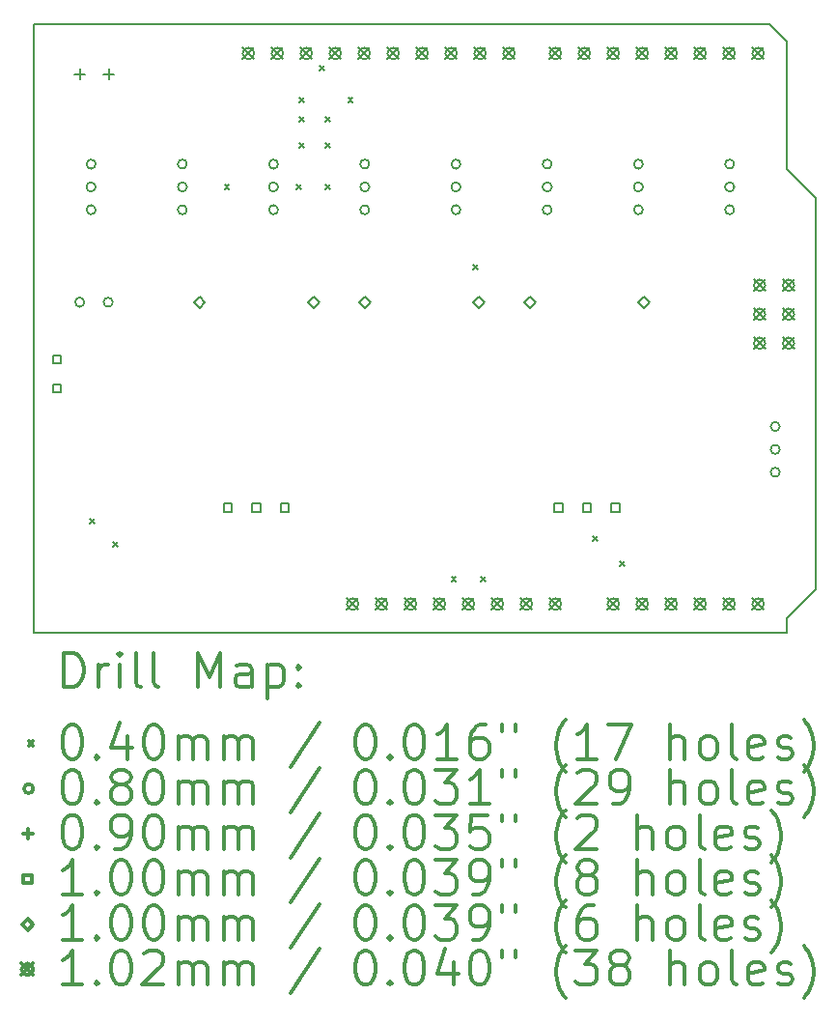
<source format=gbr>
%FSLAX45Y45*%
G04 Gerber Fmt 4.5, Leading zero omitted, Abs format (unit mm)*
G04 Created by KiCad (PCBNEW 4.0.7) date Sunday, 25 '25e' March '25e' 2018, 13:05:44*
%MOMM*%
%LPD*%
G01*
G04 APERTURE LIST*
%ADD10C,0.127000*%
%ADD11C,0.150000*%
%ADD12C,0.200000*%
%ADD13C,0.300000*%
G04 APERTURE END LIST*
D10*
D11*
X21305000Y-8000000D02*
X14700000Y-8000000D01*
X21305000Y-7872500D02*
X21305000Y-8000000D01*
X21557500Y-7620000D02*
X21305000Y-7872500D01*
X21557500Y-4190000D02*
X21557500Y-7620000D01*
X21302500Y-3935000D02*
X21557500Y-4190000D01*
X21302500Y-2817500D02*
X21302500Y-3935000D01*
X21152500Y-2667500D02*
X21302500Y-2817500D01*
X14700000Y-2667500D02*
X21152500Y-2667500D01*
X14700000Y-2670000D02*
X14700000Y-2667500D01*
X14700000Y-8000000D02*
X14700000Y-2670000D01*
D12*
X15190000Y-7000000D02*
X15230000Y-7040000D01*
X15230000Y-7000000D02*
X15190000Y-7040000D01*
X15390000Y-7200000D02*
X15430000Y-7240000D01*
X15430000Y-7200000D02*
X15390000Y-7240000D01*
X16370000Y-4070000D02*
X16410000Y-4110000D01*
X16410000Y-4070000D02*
X16370000Y-4110000D01*
X17002500Y-4067500D02*
X17042500Y-4107500D01*
X17042500Y-4067500D02*
X17002500Y-4107500D01*
X17030000Y-3305000D02*
X17070000Y-3345000D01*
X17070000Y-3305000D02*
X17030000Y-3345000D01*
X17030000Y-3480000D02*
X17070000Y-3520000D01*
X17070000Y-3480000D02*
X17030000Y-3520000D01*
X17030000Y-3705000D02*
X17070000Y-3745000D01*
X17070000Y-3705000D02*
X17030000Y-3745000D01*
X17205000Y-3030000D02*
X17245000Y-3070000D01*
X17245000Y-3030000D02*
X17205000Y-3070000D01*
X17255000Y-3480000D02*
X17295000Y-3520000D01*
X17295000Y-3480000D02*
X17255000Y-3520000D01*
X17255000Y-3705000D02*
X17295000Y-3745000D01*
X17295000Y-3705000D02*
X17255000Y-3745000D01*
X17257500Y-4070000D02*
X17297500Y-4110000D01*
X17297500Y-4070000D02*
X17257500Y-4110000D01*
X17455000Y-3305000D02*
X17495000Y-3345000D01*
X17495000Y-3305000D02*
X17455000Y-3345000D01*
X18360000Y-7505000D02*
X18400000Y-7545000D01*
X18400000Y-7505000D02*
X18360000Y-7545000D01*
X18550000Y-4770000D02*
X18590000Y-4810000D01*
X18590000Y-4770000D02*
X18550000Y-4810000D01*
X18617500Y-7505000D02*
X18657500Y-7545000D01*
X18657500Y-7505000D02*
X18617500Y-7545000D01*
X19600000Y-7150000D02*
X19640000Y-7190000D01*
X19640000Y-7150000D02*
X19600000Y-7190000D01*
X19835000Y-7375000D02*
X19875000Y-7415000D01*
X19875000Y-7375000D02*
X19835000Y-7415000D01*
X15140000Y-5100000D02*
G75*
G03X15140000Y-5100000I-40000J0D01*
G01*
X15240000Y-3890000D02*
G75*
G03X15240000Y-3890000I-40000J0D01*
G01*
X15240000Y-4090000D02*
G75*
G03X15240000Y-4090000I-40000J0D01*
G01*
X15240000Y-4290000D02*
G75*
G03X15240000Y-4290000I-40000J0D01*
G01*
X15390000Y-5100000D02*
G75*
G03X15390000Y-5100000I-40000J0D01*
G01*
X16040000Y-3890000D02*
G75*
G03X16040000Y-3890000I-40000J0D01*
G01*
X16040000Y-4090000D02*
G75*
G03X16040000Y-4090000I-40000J0D01*
G01*
X16040000Y-4290000D02*
G75*
G03X16040000Y-4290000I-40000J0D01*
G01*
X16840000Y-3890000D02*
G75*
G03X16840000Y-3890000I-40000J0D01*
G01*
X16840000Y-4090000D02*
G75*
G03X16840000Y-4090000I-40000J0D01*
G01*
X16840000Y-4290000D02*
G75*
G03X16840000Y-4290000I-40000J0D01*
G01*
X17640000Y-3890000D02*
G75*
G03X17640000Y-3890000I-40000J0D01*
G01*
X17640000Y-4090000D02*
G75*
G03X17640000Y-4090000I-40000J0D01*
G01*
X17640000Y-4290000D02*
G75*
G03X17640000Y-4290000I-40000J0D01*
G01*
X18440000Y-3890000D02*
G75*
G03X18440000Y-3890000I-40000J0D01*
G01*
X18440000Y-4090000D02*
G75*
G03X18440000Y-4090000I-40000J0D01*
G01*
X18440000Y-4290000D02*
G75*
G03X18440000Y-4290000I-40000J0D01*
G01*
X19240000Y-3890000D02*
G75*
G03X19240000Y-3890000I-40000J0D01*
G01*
X19240000Y-4090000D02*
G75*
G03X19240000Y-4090000I-40000J0D01*
G01*
X19240000Y-4290000D02*
G75*
G03X19240000Y-4290000I-40000J0D01*
G01*
X20040000Y-3890000D02*
G75*
G03X20040000Y-3890000I-40000J0D01*
G01*
X20040000Y-4090000D02*
G75*
G03X20040000Y-4090000I-40000J0D01*
G01*
X20040000Y-4290000D02*
G75*
G03X20040000Y-4290000I-40000J0D01*
G01*
X20840000Y-3890000D02*
G75*
G03X20840000Y-3890000I-40000J0D01*
G01*
X20840000Y-4090000D02*
G75*
G03X20840000Y-4090000I-40000J0D01*
G01*
X20840000Y-4290000D02*
G75*
G03X20840000Y-4290000I-40000J0D01*
G01*
X21240000Y-6190000D02*
G75*
G03X21240000Y-6190000I-40000J0D01*
G01*
X21240000Y-6390000D02*
G75*
G03X21240000Y-6390000I-40000J0D01*
G01*
X21240000Y-6590000D02*
G75*
G03X21240000Y-6590000I-40000J0D01*
G01*
X15100000Y-3055000D02*
X15100000Y-3145000D01*
X15055000Y-3100000D02*
X15145000Y-3100000D01*
X15354000Y-3055000D02*
X15354000Y-3145000D01*
X15309000Y-3100000D02*
X15399000Y-3100000D01*
X14935356Y-5635356D02*
X14935356Y-5564644D01*
X14864644Y-5564644D01*
X14864644Y-5635356D01*
X14935356Y-5635356D01*
X14935356Y-5889356D02*
X14935356Y-5818644D01*
X14864644Y-5818644D01*
X14864644Y-5889356D01*
X14935356Y-5889356D01*
X16435356Y-6935356D02*
X16435356Y-6864644D01*
X16364644Y-6864644D01*
X16364644Y-6935356D01*
X16435356Y-6935356D01*
X16685356Y-6935356D02*
X16685356Y-6864644D01*
X16614644Y-6864644D01*
X16614644Y-6935356D01*
X16685356Y-6935356D01*
X16935356Y-6935356D02*
X16935356Y-6864644D01*
X16864644Y-6864644D01*
X16864644Y-6935356D01*
X16935356Y-6935356D01*
X19335356Y-6935356D02*
X19335356Y-6864644D01*
X19264644Y-6864644D01*
X19264644Y-6935356D01*
X19335356Y-6935356D01*
X19585356Y-6935356D02*
X19585356Y-6864644D01*
X19514644Y-6864644D01*
X19514644Y-6935356D01*
X19585356Y-6935356D01*
X19835356Y-6935356D02*
X19835356Y-6864644D01*
X19764644Y-6864644D01*
X19764644Y-6935356D01*
X19835356Y-6935356D01*
X16149874Y-5150038D02*
X16199912Y-5100000D01*
X16149874Y-5049962D01*
X16099836Y-5100000D01*
X16149874Y-5150038D01*
X17150126Y-5150038D02*
X17200164Y-5100000D01*
X17150126Y-5049962D01*
X17100088Y-5100000D01*
X17150126Y-5150038D01*
X17599874Y-5150038D02*
X17649912Y-5100000D01*
X17599874Y-5049962D01*
X17549836Y-5100000D01*
X17599874Y-5150038D01*
X18600126Y-5150038D02*
X18650164Y-5100000D01*
X18600126Y-5049962D01*
X18550088Y-5100000D01*
X18600126Y-5150038D01*
X19049874Y-5150038D02*
X19099912Y-5100000D01*
X19049874Y-5049962D01*
X18999836Y-5100000D01*
X19049874Y-5150038D01*
X20050126Y-5150038D02*
X20100164Y-5100000D01*
X20050126Y-5049962D01*
X20000088Y-5100000D01*
X20050126Y-5150038D01*
X16528800Y-2869200D02*
X16630400Y-2970800D01*
X16630400Y-2869200D02*
X16528800Y-2970800D01*
X16630400Y-2920000D02*
G75*
G03X16630400Y-2920000I-50800J0D01*
G01*
X16782800Y-2869200D02*
X16884400Y-2970800D01*
X16884400Y-2869200D02*
X16782800Y-2970800D01*
X16884400Y-2920000D02*
G75*
G03X16884400Y-2920000I-50800J0D01*
G01*
X17036800Y-2869200D02*
X17138400Y-2970800D01*
X17138400Y-2869200D02*
X17036800Y-2970800D01*
X17138400Y-2920000D02*
G75*
G03X17138400Y-2920000I-50800J0D01*
G01*
X17290800Y-2869200D02*
X17392400Y-2970800D01*
X17392400Y-2869200D02*
X17290800Y-2970800D01*
X17392400Y-2920000D02*
G75*
G03X17392400Y-2920000I-50800J0D01*
G01*
X17443200Y-7695200D02*
X17544800Y-7796800D01*
X17544800Y-7695200D02*
X17443200Y-7796800D01*
X17544800Y-7746000D02*
G75*
G03X17544800Y-7746000I-50800J0D01*
G01*
X17544800Y-2869200D02*
X17646400Y-2970800D01*
X17646400Y-2869200D02*
X17544800Y-2970800D01*
X17646400Y-2920000D02*
G75*
G03X17646400Y-2920000I-50800J0D01*
G01*
X17697200Y-7695200D02*
X17798800Y-7796800D01*
X17798800Y-7695200D02*
X17697200Y-7796800D01*
X17798800Y-7746000D02*
G75*
G03X17798800Y-7746000I-50800J0D01*
G01*
X17798800Y-2869200D02*
X17900400Y-2970800D01*
X17900400Y-2869200D02*
X17798800Y-2970800D01*
X17900400Y-2920000D02*
G75*
G03X17900400Y-2920000I-50800J0D01*
G01*
X17951200Y-7695200D02*
X18052800Y-7796800D01*
X18052800Y-7695200D02*
X17951200Y-7796800D01*
X18052800Y-7746000D02*
G75*
G03X18052800Y-7746000I-50800J0D01*
G01*
X18052800Y-2869200D02*
X18154400Y-2970800D01*
X18154400Y-2869200D02*
X18052800Y-2970800D01*
X18154400Y-2920000D02*
G75*
G03X18154400Y-2920000I-50800J0D01*
G01*
X18205200Y-7695200D02*
X18306800Y-7796800D01*
X18306800Y-7695200D02*
X18205200Y-7796800D01*
X18306800Y-7746000D02*
G75*
G03X18306800Y-7746000I-50800J0D01*
G01*
X18306800Y-2869200D02*
X18408400Y-2970800D01*
X18408400Y-2869200D02*
X18306800Y-2970800D01*
X18408400Y-2920000D02*
G75*
G03X18408400Y-2920000I-50800J0D01*
G01*
X18459200Y-7695200D02*
X18560800Y-7796800D01*
X18560800Y-7695200D02*
X18459200Y-7796800D01*
X18560800Y-7746000D02*
G75*
G03X18560800Y-7746000I-50800J0D01*
G01*
X18560800Y-2869200D02*
X18662400Y-2970800D01*
X18662400Y-2869200D02*
X18560800Y-2970800D01*
X18662400Y-2920000D02*
G75*
G03X18662400Y-2920000I-50800J0D01*
G01*
X18713200Y-7695200D02*
X18814800Y-7796800D01*
X18814800Y-7695200D02*
X18713200Y-7796800D01*
X18814800Y-7746000D02*
G75*
G03X18814800Y-7746000I-50800J0D01*
G01*
X18814800Y-2869200D02*
X18916400Y-2970800D01*
X18916400Y-2869200D02*
X18814800Y-2970800D01*
X18916400Y-2920000D02*
G75*
G03X18916400Y-2920000I-50800J0D01*
G01*
X18967200Y-7695200D02*
X19068800Y-7796800D01*
X19068800Y-7695200D02*
X18967200Y-7796800D01*
X19068800Y-7746000D02*
G75*
G03X19068800Y-7746000I-50800J0D01*
G01*
X19221200Y-2869200D02*
X19322800Y-2970800D01*
X19322800Y-2869200D02*
X19221200Y-2970800D01*
X19322800Y-2920000D02*
G75*
G03X19322800Y-2920000I-50800J0D01*
G01*
X19221200Y-7695200D02*
X19322800Y-7796800D01*
X19322800Y-7695200D02*
X19221200Y-7796800D01*
X19322800Y-7746000D02*
G75*
G03X19322800Y-7746000I-50800J0D01*
G01*
X19475200Y-2869200D02*
X19576800Y-2970800D01*
X19576800Y-2869200D02*
X19475200Y-2970800D01*
X19576800Y-2920000D02*
G75*
G03X19576800Y-2920000I-50800J0D01*
G01*
X19729200Y-2869200D02*
X19830800Y-2970800D01*
X19830800Y-2869200D02*
X19729200Y-2970800D01*
X19830800Y-2920000D02*
G75*
G03X19830800Y-2920000I-50800J0D01*
G01*
X19729200Y-7695200D02*
X19830800Y-7796800D01*
X19830800Y-7695200D02*
X19729200Y-7796800D01*
X19830800Y-7746000D02*
G75*
G03X19830800Y-7746000I-50800J0D01*
G01*
X19983200Y-2869200D02*
X20084800Y-2970800D01*
X20084800Y-2869200D02*
X19983200Y-2970800D01*
X20084800Y-2920000D02*
G75*
G03X20084800Y-2920000I-50800J0D01*
G01*
X19983200Y-7695200D02*
X20084800Y-7796800D01*
X20084800Y-7695200D02*
X19983200Y-7796800D01*
X20084800Y-7746000D02*
G75*
G03X20084800Y-7746000I-50800J0D01*
G01*
X20237200Y-2869200D02*
X20338800Y-2970800D01*
X20338800Y-2869200D02*
X20237200Y-2970800D01*
X20338800Y-2920000D02*
G75*
G03X20338800Y-2920000I-50800J0D01*
G01*
X20237200Y-7695200D02*
X20338800Y-7796800D01*
X20338800Y-7695200D02*
X20237200Y-7796800D01*
X20338800Y-7746000D02*
G75*
G03X20338800Y-7746000I-50800J0D01*
G01*
X20491200Y-2869200D02*
X20592800Y-2970800D01*
X20592800Y-2869200D02*
X20491200Y-2970800D01*
X20592800Y-2920000D02*
G75*
G03X20592800Y-2920000I-50800J0D01*
G01*
X20491200Y-7695200D02*
X20592800Y-7796800D01*
X20592800Y-7695200D02*
X20491200Y-7796800D01*
X20592800Y-7746000D02*
G75*
G03X20592800Y-7746000I-50800J0D01*
G01*
X20745200Y-2869200D02*
X20846800Y-2970800D01*
X20846800Y-2869200D02*
X20745200Y-2970800D01*
X20846800Y-2920000D02*
G75*
G03X20846800Y-2920000I-50800J0D01*
G01*
X20745200Y-7695200D02*
X20846800Y-7796800D01*
X20846800Y-7695200D02*
X20745200Y-7796800D01*
X20846800Y-7746000D02*
G75*
G03X20846800Y-7746000I-50800J0D01*
G01*
X20999200Y-2869200D02*
X21100800Y-2970800D01*
X21100800Y-2869200D02*
X20999200Y-2970800D01*
X21100800Y-2920000D02*
G75*
G03X21100800Y-2920000I-50800J0D01*
G01*
X20999200Y-7695200D02*
X21100800Y-7796800D01*
X21100800Y-7695200D02*
X20999200Y-7796800D01*
X21100800Y-7746000D02*
G75*
G03X21100800Y-7746000I-50800J0D01*
G01*
X21011900Y-4901200D02*
X21113500Y-5002800D01*
X21113500Y-4901200D02*
X21011900Y-5002800D01*
X21113500Y-4952000D02*
G75*
G03X21113500Y-4952000I-50800J0D01*
G01*
X21011900Y-5155200D02*
X21113500Y-5256800D01*
X21113500Y-5155200D02*
X21011900Y-5256800D01*
X21113500Y-5206000D02*
G75*
G03X21113500Y-5206000I-50800J0D01*
G01*
X21011900Y-5409200D02*
X21113500Y-5510800D01*
X21113500Y-5409200D02*
X21011900Y-5510800D01*
X21113500Y-5460000D02*
G75*
G03X21113500Y-5460000I-50800J0D01*
G01*
X21265900Y-4901200D02*
X21367500Y-5002800D01*
X21367500Y-4901200D02*
X21265900Y-5002800D01*
X21367500Y-4952000D02*
G75*
G03X21367500Y-4952000I-50800J0D01*
G01*
X21265900Y-5155200D02*
X21367500Y-5256800D01*
X21367500Y-5155200D02*
X21265900Y-5256800D01*
X21367500Y-5206000D02*
G75*
G03X21367500Y-5206000I-50800J0D01*
G01*
X21265900Y-5409200D02*
X21367500Y-5510800D01*
X21367500Y-5409200D02*
X21265900Y-5510800D01*
X21367500Y-5460000D02*
G75*
G03X21367500Y-5460000I-50800J0D01*
G01*
D13*
X14963928Y-8473214D02*
X14963928Y-8173214D01*
X15035357Y-8173214D01*
X15078214Y-8187500D01*
X15106786Y-8216071D01*
X15121071Y-8244643D01*
X15135357Y-8301786D01*
X15135357Y-8344643D01*
X15121071Y-8401786D01*
X15106786Y-8430357D01*
X15078214Y-8458929D01*
X15035357Y-8473214D01*
X14963928Y-8473214D01*
X15263928Y-8473214D02*
X15263928Y-8273214D01*
X15263928Y-8330357D02*
X15278214Y-8301786D01*
X15292500Y-8287500D01*
X15321071Y-8273214D01*
X15349643Y-8273214D01*
X15449643Y-8473214D02*
X15449643Y-8273214D01*
X15449643Y-8173214D02*
X15435357Y-8187500D01*
X15449643Y-8201786D01*
X15463928Y-8187500D01*
X15449643Y-8173214D01*
X15449643Y-8201786D01*
X15635357Y-8473214D02*
X15606786Y-8458929D01*
X15592500Y-8430357D01*
X15592500Y-8173214D01*
X15792500Y-8473214D02*
X15763928Y-8458929D01*
X15749643Y-8430357D01*
X15749643Y-8173214D01*
X16135357Y-8473214D02*
X16135357Y-8173214D01*
X16235357Y-8387500D01*
X16335357Y-8173214D01*
X16335357Y-8473214D01*
X16606786Y-8473214D02*
X16606786Y-8316071D01*
X16592500Y-8287500D01*
X16563928Y-8273214D01*
X16506786Y-8273214D01*
X16478214Y-8287500D01*
X16606786Y-8458929D02*
X16578214Y-8473214D01*
X16506786Y-8473214D01*
X16478214Y-8458929D01*
X16463928Y-8430357D01*
X16463928Y-8401786D01*
X16478214Y-8373214D01*
X16506786Y-8358929D01*
X16578214Y-8358929D01*
X16606786Y-8344643D01*
X16749643Y-8273214D02*
X16749643Y-8573214D01*
X16749643Y-8287500D02*
X16778214Y-8273214D01*
X16835357Y-8273214D01*
X16863929Y-8287500D01*
X16878214Y-8301786D01*
X16892500Y-8330357D01*
X16892500Y-8416072D01*
X16878214Y-8444643D01*
X16863929Y-8458929D01*
X16835357Y-8473214D01*
X16778214Y-8473214D01*
X16749643Y-8458929D01*
X17021071Y-8444643D02*
X17035357Y-8458929D01*
X17021071Y-8473214D01*
X17006786Y-8458929D01*
X17021071Y-8444643D01*
X17021071Y-8473214D01*
X17021071Y-8287500D02*
X17035357Y-8301786D01*
X17021071Y-8316071D01*
X17006786Y-8301786D01*
X17021071Y-8287500D01*
X17021071Y-8316071D01*
X14652500Y-8947500D02*
X14692500Y-8987500D01*
X14692500Y-8947500D02*
X14652500Y-8987500D01*
X15021071Y-8803214D02*
X15049643Y-8803214D01*
X15078214Y-8817500D01*
X15092500Y-8831786D01*
X15106786Y-8860357D01*
X15121071Y-8917500D01*
X15121071Y-8988929D01*
X15106786Y-9046072D01*
X15092500Y-9074643D01*
X15078214Y-9088929D01*
X15049643Y-9103214D01*
X15021071Y-9103214D01*
X14992500Y-9088929D01*
X14978214Y-9074643D01*
X14963928Y-9046072D01*
X14949643Y-8988929D01*
X14949643Y-8917500D01*
X14963928Y-8860357D01*
X14978214Y-8831786D01*
X14992500Y-8817500D01*
X15021071Y-8803214D01*
X15249643Y-9074643D02*
X15263928Y-9088929D01*
X15249643Y-9103214D01*
X15235357Y-9088929D01*
X15249643Y-9074643D01*
X15249643Y-9103214D01*
X15521071Y-8903214D02*
X15521071Y-9103214D01*
X15449643Y-8788929D02*
X15378214Y-9003214D01*
X15563928Y-9003214D01*
X15735357Y-8803214D02*
X15763928Y-8803214D01*
X15792500Y-8817500D01*
X15806786Y-8831786D01*
X15821071Y-8860357D01*
X15835357Y-8917500D01*
X15835357Y-8988929D01*
X15821071Y-9046072D01*
X15806786Y-9074643D01*
X15792500Y-9088929D01*
X15763928Y-9103214D01*
X15735357Y-9103214D01*
X15706786Y-9088929D01*
X15692500Y-9074643D01*
X15678214Y-9046072D01*
X15663928Y-8988929D01*
X15663928Y-8917500D01*
X15678214Y-8860357D01*
X15692500Y-8831786D01*
X15706786Y-8817500D01*
X15735357Y-8803214D01*
X15963928Y-9103214D02*
X15963928Y-8903214D01*
X15963928Y-8931786D02*
X15978214Y-8917500D01*
X16006786Y-8903214D01*
X16049643Y-8903214D01*
X16078214Y-8917500D01*
X16092500Y-8946072D01*
X16092500Y-9103214D01*
X16092500Y-8946072D02*
X16106786Y-8917500D01*
X16135357Y-8903214D01*
X16178214Y-8903214D01*
X16206786Y-8917500D01*
X16221071Y-8946072D01*
X16221071Y-9103214D01*
X16363928Y-9103214D02*
X16363928Y-8903214D01*
X16363928Y-8931786D02*
X16378214Y-8917500D01*
X16406786Y-8903214D01*
X16449643Y-8903214D01*
X16478214Y-8917500D01*
X16492500Y-8946072D01*
X16492500Y-9103214D01*
X16492500Y-8946072D02*
X16506786Y-8917500D01*
X16535357Y-8903214D01*
X16578214Y-8903214D01*
X16606786Y-8917500D01*
X16621071Y-8946072D01*
X16621071Y-9103214D01*
X17206786Y-8788929D02*
X16949643Y-9174643D01*
X17592500Y-8803214D02*
X17621071Y-8803214D01*
X17649643Y-8817500D01*
X17663928Y-8831786D01*
X17678214Y-8860357D01*
X17692500Y-8917500D01*
X17692500Y-8988929D01*
X17678214Y-9046072D01*
X17663928Y-9074643D01*
X17649643Y-9088929D01*
X17621071Y-9103214D01*
X17592500Y-9103214D01*
X17563928Y-9088929D01*
X17549643Y-9074643D01*
X17535357Y-9046072D01*
X17521071Y-8988929D01*
X17521071Y-8917500D01*
X17535357Y-8860357D01*
X17549643Y-8831786D01*
X17563928Y-8817500D01*
X17592500Y-8803214D01*
X17821071Y-9074643D02*
X17835357Y-9088929D01*
X17821071Y-9103214D01*
X17806786Y-9088929D01*
X17821071Y-9074643D01*
X17821071Y-9103214D01*
X18021071Y-8803214D02*
X18049643Y-8803214D01*
X18078214Y-8817500D01*
X18092500Y-8831786D01*
X18106786Y-8860357D01*
X18121071Y-8917500D01*
X18121071Y-8988929D01*
X18106786Y-9046072D01*
X18092500Y-9074643D01*
X18078214Y-9088929D01*
X18049643Y-9103214D01*
X18021071Y-9103214D01*
X17992500Y-9088929D01*
X17978214Y-9074643D01*
X17963928Y-9046072D01*
X17949643Y-8988929D01*
X17949643Y-8917500D01*
X17963928Y-8860357D01*
X17978214Y-8831786D01*
X17992500Y-8817500D01*
X18021071Y-8803214D01*
X18406786Y-9103214D02*
X18235357Y-9103214D01*
X18321071Y-9103214D02*
X18321071Y-8803214D01*
X18292500Y-8846072D01*
X18263928Y-8874643D01*
X18235357Y-8888929D01*
X18663928Y-8803214D02*
X18606786Y-8803214D01*
X18578214Y-8817500D01*
X18563928Y-8831786D01*
X18535357Y-8874643D01*
X18521071Y-8931786D01*
X18521071Y-9046072D01*
X18535357Y-9074643D01*
X18549643Y-9088929D01*
X18578214Y-9103214D01*
X18635357Y-9103214D01*
X18663928Y-9088929D01*
X18678214Y-9074643D01*
X18692500Y-9046072D01*
X18692500Y-8974643D01*
X18678214Y-8946072D01*
X18663928Y-8931786D01*
X18635357Y-8917500D01*
X18578214Y-8917500D01*
X18549643Y-8931786D01*
X18535357Y-8946072D01*
X18521071Y-8974643D01*
X18806786Y-8803214D02*
X18806786Y-8860357D01*
X18921071Y-8803214D02*
X18921071Y-8860357D01*
X19363928Y-9217500D02*
X19349643Y-9203214D01*
X19321071Y-9160357D01*
X19306786Y-9131786D01*
X19292500Y-9088929D01*
X19278214Y-9017500D01*
X19278214Y-8960357D01*
X19292500Y-8888929D01*
X19306786Y-8846072D01*
X19321071Y-8817500D01*
X19349643Y-8774643D01*
X19363928Y-8760357D01*
X19635357Y-9103214D02*
X19463928Y-9103214D01*
X19549643Y-9103214D02*
X19549643Y-8803214D01*
X19521071Y-8846072D01*
X19492500Y-8874643D01*
X19463928Y-8888929D01*
X19735357Y-8803214D02*
X19935357Y-8803214D01*
X19806786Y-9103214D01*
X20278214Y-9103214D02*
X20278214Y-8803214D01*
X20406786Y-9103214D02*
X20406786Y-8946072D01*
X20392500Y-8917500D01*
X20363928Y-8903214D01*
X20321071Y-8903214D01*
X20292500Y-8917500D01*
X20278214Y-8931786D01*
X20592500Y-9103214D02*
X20563928Y-9088929D01*
X20549643Y-9074643D01*
X20535357Y-9046072D01*
X20535357Y-8960357D01*
X20549643Y-8931786D01*
X20563928Y-8917500D01*
X20592500Y-8903214D01*
X20635357Y-8903214D01*
X20663928Y-8917500D01*
X20678214Y-8931786D01*
X20692500Y-8960357D01*
X20692500Y-9046072D01*
X20678214Y-9074643D01*
X20663928Y-9088929D01*
X20635357Y-9103214D01*
X20592500Y-9103214D01*
X20863928Y-9103214D02*
X20835357Y-9088929D01*
X20821071Y-9060357D01*
X20821071Y-8803214D01*
X21092500Y-9088929D02*
X21063929Y-9103214D01*
X21006786Y-9103214D01*
X20978214Y-9088929D01*
X20963929Y-9060357D01*
X20963929Y-8946072D01*
X20978214Y-8917500D01*
X21006786Y-8903214D01*
X21063929Y-8903214D01*
X21092500Y-8917500D01*
X21106786Y-8946072D01*
X21106786Y-8974643D01*
X20963929Y-9003214D01*
X21221071Y-9088929D02*
X21249643Y-9103214D01*
X21306786Y-9103214D01*
X21335357Y-9088929D01*
X21349643Y-9060357D01*
X21349643Y-9046072D01*
X21335357Y-9017500D01*
X21306786Y-9003214D01*
X21263929Y-9003214D01*
X21235357Y-8988929D01*
X21221071Y-8960357D01*
X21221071Y-8946072D01*
X21235357Y-8917500D01*
X21263929Y-8903214D01*
X21306786Y-8903214D01*
X21335357Y-8917500D01*
X21449643Y-9217500D02*
X21463929Y-9203214D01*
X21492500Y-9160357D01*
X21506786Y-9131786D01*
X21521071Y-9088929D01*
X21535357Y-9017500D01*
X21535357Y-8960357D01*
X21521071Y-8888929D01*
X21506786Y-8846072D01*
X21492500Y-8817500D01*
X21463929Y-8774643D01*
X21449643Y-8760357D01*
X14692500Y-9363500D02*
G75*
G03X14692500Y-9363500I-40000J0D01*
G01*
X15021071Y-9199214D02*
X15049643Y-9199214D01*
X15078214Y-9213500D01*
X15092500Y-9227786D01*
X15106786Y-9256357D01*
X15121071Y-9313500D01*
X15121071Y-9384929D01*
X15106786Y-9442072D01*
X15092500Y-9470643D01*
X15078214Y-9484929D01*
X15049643Y-9499214D01*
X15021071Y-9499214D01*
X14992500Y-9484929D01*
X14978214Y-9470643D01*
X14963928Y-9442072D01*
X14949643Y-9384929D01*
X14949643Y-9313500D01*
X14963928Y-9256357D01*
X14978214Y-9227786D01*
X14992500Y-9213500D01*
X15021071Y-9199214D01*
X15249643Y-9470643D02*
X15263928Y-9484929D01*
X15249643Y-9499214D01*
X15235357Y-9484929D01*
X15249643Y-9470643D01*
X15249643Y-9499214D01*
X15435357Y-9327786D02*
X15406786Y-9313500D01*
X15392500Y-9299214D01*
X15378214Y-9270643D01*
X15378214Y-9256357D01*
X15392500Y-9227786D01*
X15406786Y-9213500D01*
X15435357Y-9199214D01*
X15492500Y-9199214D01*
X15521071Y-9213500D01*
X15535357Y-9227786D01*
X15549643Y-9256357D01*
X15549643Y-9270643D01*
X15535357Y-9299214D01*
X15521071Y-9313500D01*
X15492500Y-9327786D01*
X15435357Y-9327786D01*
X15406786Y-9342072D01*
X15392500Y-9356357D01*
X15378214Y-9384929D01*
X15378214Y-9442072D01*
X15392500Y-9470643D01*
X15406786Y-9484929D01*
X15435357Y-9499214D01*
X15492500Y-9499214D01*
X15521071Y-9484929D01*
X15535357Y-9470643D01*
X15549643Y-9442072D01*
X15549643Y-9384929D01*
X15535357Y-9356357D01*
X15521071Y-9342072D01*
X15492500Y-9327786D01*
X15735357Y-9199214D02*
X15763928Y-9199214D01*
X15792500Y-9213500D01*
X15806786Y-9227786D01*
X15821071Y-9256357D01*
X15835357Y-9313500D01*
X15835357Y-9384929D01*
X15821071Y-9442072D01*
X15806786Y-9470643D01*
X15792500Y-9484929D01*
X15763928Y-9499214D01*
X15735357Y-9499214D01*
X15706786Y-9484929D01*
X15692500Y-9470643D01*
X15678214Y-9442072D01*
X15663928Y-9384929D01*
X15663928Y-9313500D01*
X15678214Y-9256357D01*
X15692500Y-9227786D01*
X15706786Y-9213500D01*
X15735357Y-9199214D01*
X15963928Y-9499214D02*
X15963928Y-9299214D01*
X15963928Y-9327786D02*
X15978214Y-9313500D01*
X16006786Y-9299214D01*
X16049643Y-9299214D01*
X16078214Y-9313500D01*
X16092500Y-9342072D01*
X16092500Y-9499214D01*
X16092500Y-9342072D02*
X16106786Y-9313500D01*
X16135357Y-9299214D01*
X16178214Y-9299214D01*
X16206786Y-9313500D01*
X16221071Y-9342072D01*
X16221071Y-9499214D01*
X16363928Y-9499214D02*
X16363928Y-9299214D01*
X16363928Y-9327786D02*
X16378214Y-9313500D01*
X16406786Y-9299214D01*
X16449643Y-9299214D01*
X16478214Y-9313500D01*
X16492500Y-9342072D01*
X16492500Y-9499214D01*
X16492500Y-9342072D02*
X16506786Y-9313500D01*
X16535357Y-9299214D01*
X16578214Y-9299214D01*
X16606786Y-9313500D01*
X16621071Y-9342072D01*
X16621071Y-9499214D01*
X17206786Y-9184929D02*
X16949643Y-9570643D01*
X17592500Y-9199214D02*
X17621071Y-9199214D01*
X17649643Y-9213500D01*
X17663928Y-9227786D01*
X17678214Y-9256357D01*
X17692500Y-9313500D01*
X17692500Y-9384929D01*
X17678214Y-9442072D01*
X17663928Y-9470643D01*
X17649643Y-9484929D01*
X17621071Y-9499214D01*
X17592500Y-9499214D01*
X17563928Y-9484929D01*
X17549643Y-9470643D01*
X17535357Y-9442072D01*
X17521071Y-9384929D01*
X17521071Y-9313500D01*
X17535357Y-9256357D01*
X17549643Y-9227786D01*
X17563928Y-9213500D01*
X17592500Y-9199214D01*
X17821071Y-9470643D02*
X17835357Y-9484929D01*
X17821071Y-9499214D01*
X17806786Y-9484929D01*
X17821071Y-9470643D01*
X17821071Y-9499214D01*
X18021071Y-9199214D02*
X18049643Y-9199214D01*
X18078214Y-9213500D01*
X18092500Y-9227786D01*
X18106786Y-9256357D01*
X18121071Y-9313500D01*
X18121071Y-9384929D01*
X18106786Y-9442072D01*
X18092500Y-9470643D01*
X18078214Y-9484929D01*
X18049643Y-9499214D01*
X18021071Y-9499214D01*
X17992500Y-9484929D01*
X17978214Y-9470643D01*
X17963928Y-9442072D01*
X17949643Y-9384929D01*
X17949643Y-9313500D01*
X17963928Y-9256357D01*
X17978214Y-9227786D01*
X17992500Y-9213500D01*
X18021071Y-9199214D01*
X18221071Y-9199214D02*
X18406786Y-9199214D01*
X18306786Y-9313500D01*
X18349643Y-9313500D01*
X18378214Y-9327786D01*
X18392500Y-9342072D01*
X18406786Y-9370643D01*
X18406786Y-9442072D01*
X18392500Y-9470643D01*
X18378214Y-9484929D01*
X18349643Y-9499214D01*
X18263928Y-9499214D01*
X18235357Y-9484929D01*
X18221071Y-9470643D01*
X18692500Y-9499214D02*
X18521071Y-9499214D01*
X18606786Y-9499214D02*
X18606786Y-9199214D01*
X18578214Y-9242072D01*
X18549643Y-9270643D01*
X18521071Y-9284929D01*
X18806786Y-9199214D02*
X18806786Y-9256357D01*
X18921071Y-9199214D02*
X18921071Y-9256357D01*
X19363928Y-9613500D02*
X19349643Y-9599214D01*
X19321071Y-9556357D01*
X19306786Y-9527786D01*
X19292500Y-9484929D01*
X19278214Y-9413500D01*
X19278214Y-9356357D01*
X19292500Y-9284929D01*
X19306786Y-9242072D01*
X19321071Y-9213500D01*
X19349643Y-9170643D01*
X19363928Y-9156357D01*
X19463928Y-9227786D02*
X19478214Y-9213500D01*
X19506786Y-9199214D01*
X19578214Y-9199214D01*
X19606786Y-9213500D01*
X19621071Y-9227786D01*
X19635357Y-9256357D01*
X19635357Y-9284929D01*
X19621071Y-9327786D01*
X19449643Y-9499214D01*
X19635357Y-9499214D01*
X19778214Y-9499214D02*
X19835357Y-9499214D01*
X19863928Y-9484929D01*
X19878214Y-9470643D01*
X19906786Y-9427786D01*
X19921071Y-9370643D01*
X19921071Y-9256357D01*
X19906786Y-9227786D01*
X19892500Y-9213500D01*
X19863928Y-9199214D01*
X19806786Y-9199214D01*
X19778214Y-9213500D01*
X19763928Y-9227786D01*
X19749643Y-9256357D01*
X19749643Y-9327786D01*
X19763928Y-9356357D01*
X19778214Y-9370643D01*
X19806786Y-9384929D01*
X19863928Y-9384929D01*
X19892500Y-9370643D01*
X19906786Y-9356357D01*
X19921071Y-9327786D01*
X20278214Y-9499214D02*
X20278214Y-9199214D01*
X20406786Y-9499214D02*
X20406786Y-9342072D01*
X20392500Y-9313500D01*
X20363928Y-9299214D01*
X20321071Y-9299214D01*
X20292500Y-9313500D01*
X20278214Y-9327786D01*
X20592500Y-9499214D02*
X20563928Y-9484929D01*
X20549643Y-9470643D01*
X20535357Y-9442072D01*
X20535357Y-9356357D01*
X20549643Y-9327786D01*
X20563928Y-9313500D01*
X20592500Y-9299214D01*
X20635357Y-9299214D01*
X20663928Y-9313500D01*
X20678214Y-9327786D01*
X20692500Y-9356357D01*
X20692500Y-9442072D01*
X20678214Y-9470643D01*
X20663928Y-9484929D01*
X20635357Y-9499214D01*
X20592500Y-9499214D01*
X20863928Y-9499214D02*
X20835357Y-9484929D01*
X20821071Y-9456357D01*
X20821071Y-9199214D01*
X21092500Y-9484929D02*
X21063929Y-9499214D01*
X21006786Y-9499214D01*
X20978214Y-9484929D01*
X20963929Y-9456357D01*
X20963929Y-9342072D01*
X20978214Y-9313500D01*
X21006786Y-9299214D01*
X21063929Y-9299214D01*
X21092500Y-9313500D01*
X21106786Y-9342072D01*
X21106786Y-9370643D01*
X20963929Y-9399214D01*
X21221071Y-9484929D02*
X21249643Y-9499214D01*
X21306786Y-9499214D01*
X21335357Y-9484929D01*
X21349643Y-9456357D01*
X21349643Y-9442072D01*
X21335357Y-9413500D01*
X21306786Y-9399214D01*
X21263929Y-9399214D01*
X21235357Y-9384929D01*
X21221071Y-9356357D01*
X21221071Y-9342072D01*
X21235357Y-9313500D01*
X21263929Y-9299214D01*
X21306786Y-9299214D01*
X21335357Y-9313500D01*
X21449643Y-9613500D02*
X21463929Y-9599214D01*
X21492500Y-9556357D01*
X21506786Y-9527786D01*
X21521071Y-9484929D01*
X21535357Y-9413500D01*
X21535357Y-9356357D01*
X21521071Y-9284929D01*
X21506786Y-9242072D01*
X21492500Y-9213500D01*
X21463929Y-9170643D01*
X21449643Y-9156357D01*
X14647500Y-9714500D02*
X14647500Y-9804500D01*
X14602500Y-9759500D02*
X14692500Y-9759500D01*
X15021071Y-9595214D02*
X15049643Y-9595214D01*
X15078214Y-9609500D01*
X15092500Y-9623786D01*
X15106786Y-9652357D01*
X15121071Y-9709500D01*
X15121071Y-9780929D01*
X15106786Y-9838072D01*
X15092500Y-9866643D01*
X15078214Y-9880929D01*
X15049643Y-9895214D01*
X15021071Y-9895214D01*
X14992500Y-9880929D01*
X14978214Y-9866643D01*
X14963928Y-9838072D01*
X14949643Y-9780929D01*
X14949643Y-9709500D01*
X14963928Y-9652357D01*
X14978214Y-9623786D01*
X14992500Y-9609500D01*
X15021071Y-9595214D01*
X15249643Y-9866643D02*
X15263928Y-9880929D01*
X15249643Y-9895214D01*
X15235357Y-9880929D01*
X15249643Y-9866643D01*
X15249643Y-9895214D01*
X15406786Y-9895214D02*
X15463928Y-9895214D01*
X15492500Y-9880929D01*
X15506786Y-9866643D01*
X15535357Y-9823786D01*
X15549643Y-9766643D01*
X15549643Y-9652357D01*
X15535357Y-9623786D01*
X15521071Y-9609500D01*
X15492500Y-9595214D01*
X15435357Y-9595214D01*
X15406786Y-9609500D01*
X15392500Y-9623786D01*
X15378214Y-9652357D01*
X15378214Y-9723786D01*
X15392500Y-9752357D01*
X15406786Y-9766643D01*
X15435357Y-9780929D01*
X15492500Y-9780929D01*
X15521071Y-9766643D01*
X15535357Y-9752357D01*
X15549643Y-9723786D01*
X15735357Y-9595214D02*
X15763928Y-9595214D01*
X15792500Y-9609500D01*
X15806786Y-9623786D01*
X15821071Y-9652357D01*
X15835357Y-9709500D01*
X15835357Y-9780929D01*
X15821071Y-9838072D01*
X15806786Y-9866643D01*
X15792500Y-9880929D01*
X15763928Y-9895214D01*
X15735357Y-9895214D01*
X15706786Y-9880929D01*
X15692500Y-9866643D01*
X15678214Y-9838072D01*
X15663928Y-9780929D01*
X15663928Y-9709500D01*
X15678214Y-9652357D01*
X15692500Y-9623786D01*
X15706786Y-9609500D01*
X15735357Y-9595214D01*
X15963928Y-9895214D02*
X15963928Y-9695214D01*
X15963928Y-9723786D02*
X15978214Y-9709500D01*
X16006786Y-9695214D01*
X16049643Y-9695214D01*
X16078214Y-9709500D01*
X16092500Y-9738072D01*
X16092500Y-9895214D01*
X16092500Y-9738072D02*
X16106786Y-9709500D01*
X16135357Y-9695214D01*
X16178214Y-9695214D01*
X16206786Y-9709500D01*
X16221071Y-9738072D01*
X16221071Y-9895214D01*
X16363928Y-9895214D02*
X16363928Y-9695214D01*
X16363928Y-9723786D02*
X16378214Y-9709500D01*
X16406786Y-9695214D01*
X16449643Y-9695214D01*
X16478214Y-9709500D01*
X16492500Y-9738072D01*
X16492500Y-9895214D01*
X16492500Y-9738072D02*
X16506786Y-9709500D01*
X16535357Y-9695214D01*
X16578214Y-9695214D01*
X16606786Y-9709500D01*
X16621071Y-9738072D01*
X16621071Y-9895214D01*
X17206786Y-9580929D02*
X16949643Y-9966643D01*
X17592500Y-9595214D02*
X17621071Y-9595214D01*
X17649643Y-9609500D01*
X17663928Y-9623786D01*
X17678214Y-9652357D01*
X17692500Y-9709500D01*
X17692500Y-9780929D01*
X17678214Y-9838072D01*
X17663928Y-9866643D01*
X17649643Y-9880929D01*
X17621071Y-9895214D01*
X17592500Y-9895214D01*
X17563928Y-9880929D01*
X17549643Y-9866643D01*
X17535357Y-9838072D01*
X17521071Y-9780929D01*
X17521071Y-9709500D01*
X17535357Y-9652357D01*
X17549643Y-9623786D01*
X17563928Y-9609500D01*
X17592500Y-9595214D01*
X17821071Y-9866643D02*
X17835357Y-9880929D01*
X17821071Y-9895214D01*
X17806786Y-9880929D01*
X17821071Y-9866643D01*
X17821071Y-9895214D01*
X18021071Y-9595214D02*
X18049643Y-9595214D01*
X18078214Y-9609500D01*
X18092500Y-9623786D01*
X18106786Y-9652357D01*
X18121071Y-9709500D01*
X18121071Y-9780929D01*
X18106786Y-9838072D01*
X18092500Y-9866643D01*
X18078214Y-9880929D01*
X18049643Y-9895214D01*
X18021071Y-9895214D01*
X17992500Y-9880929D01*
X17978214Y-9866643D01*
X17963928Y-9838072D01*
X17949643Y-9780929D01*
X17949643Y-9709500D01*
X17963928Y-9652357D01*
X17978214Y-9623786D01*
X17992500Y-9609500D01*
X18021071Y-9595214D01*
X18221071Y-9595214D02*
X18406786Y-9595214D01*
X18306786Y-9709500D01*
X18349643Y-9709500D01*
X18378214Y-9723786D01*
X18392500Y-9738072D01*
X18406786Y-9766643D01*
X18406786Y-9838072D01*
X18392500Y-9866643D01*
X18378214Y-9880929D01*
X18349643Y-9895214D01*
X18263928Y-9895214D01*
X18235357Y-9880929D01*
X18221071Y-9866643D01*
X18678214Y-9595214D02*
X18535357Y-9595214D01*
X18521071Y-9738072D01*
X18535357Y-9723786D01*
X18563928Y-9709500D01*
X18635357Y-9709500D01*
X18663928Y-9723786D01*
X18678214Y-9738072D01*
X18692500Y-9766643D01*
X18692500Y-9838072D01*
X18678214Y-9866643D01*
X18663928Y-9880929D01*
X18635357Y-9895214D01*
X18563928Y-9895214D01*
X18535357Y-9880929D01*
X18521071Y-9866643D01*
X18806786Y-9595214D02*
X18806786Y-9652357D01*
X18921071Y-9595214D02*
X18921071Y-9652357D01*
X19363928Y-10009500D02*
X19349643Y-9995214D01*
X19321071Y-9952357D01*
X19306786Y-9923786D01*
X19292500Y-9880929D01*
X19278214Y-9809500D01*
X19278214Y-9752357D01*
X19292500Y-9680929D01*
X19306786Y-9638072D01*
X19321071Y-9609500D01*
X19349643Y-9566643D01*
X19363928Y-9552357D01*
X19463928Y-9623786D02*
X19478214Y-9609500D01*
X19506786Y-9595214D01*
X19578214Y-9595214D01*
X19606786Y-9609500D01*
X19621071Y-9623786D01*
X19635357Y-9652357D01*
X19635357Y-9680929D01*
X19621071Y-9723786D01*
X19449643Y-9895214D01*
X19635357Y-9895214D01*
X19992500Y-9895214D02*
X19992500Y-9595214D01*
X20121071Y-9895214D02*
X20121071Y-9738072D01*
X20106786Y-9709500D01*
X20078214Y-9695214D01*
X20035357Y-9695214D01*
X20006786Y-9709500D01*
X19992500Y-9723786D01*
X20306786Y-9895214D02*
X20278214Y-9880929D01*
X20263928Y-9866643D01*
X20249643Y-9838072D01*
X20249643Y-9752357D01*
X20263928Y-9723786D01*
X20278214Y-9709500D01*
X20306786Y-9695214D01*
X20349643Y-9695214D01*
X20378214Y-9709500D01*
X20392500Y-9723786D01*
X20406786Y-9752357D01*
X20406786Y-9838072D01*
X20392500Y-9866643D01*
X20378214Y-9880929D01*
X20349643Y-9895214D01*
X20306786Y-9895214D01*
X20578214Y-9895214D02*
X20549643Y-9880929D01*
X20535357Y-9852357D01*
X20535357Y-9595214D01*
X20806786Y-9880929D02*
X20778214Y-9895214D01*
X20721071Y-9895214D01*
X20692500Y-9880929D01*
X20678214Y-9852357D01*
X20678214Y-9738072D01*
X20692500Y-9709500D01*
X20721071Y-9695214D01*
X20778214Y-9695214D01*
X20806786Y-9709500D01*
X20821071Y-9738072D01*
X20821071Y-9766643D01*
X20678214Y-9795214D01*
X20935357Y-9880929D02*
X20963929Y-9895214D01*
X21021071Y-9895214D01*
X21049643Y-9880929D01*
X21063929Y-9852357D01*
X21063929Y-9838072D01*
X21049643Y-9809500D01*
X21021071Y-9795214D01*
X20978214Y-9795214D01*
X20949643Y-9780929D01*
X20935357Y-9752357D01*
X20935357Y-9738072D01*
X20949643Y-9709500D01*
X20978214Y-9695214D01*
X21021071Y-9695214D01*
X21049643Y-9709500D01*
X21163928Y-10009500D02*
X21178214Y-9995214D01*
X21206786Y-9952357D01*
X21221071Y-9923786D01*
X21235357Y-9880929D01*
X21249643Y-9809500D01*
X21249643Y-9752357D01*
X21235357Y-9680929D01*
X21221071Y-9638072D01*
X21206786Y-9609500D01*
X21178214Y-9566643D01*
X21163928Y-9552357D01*
X14677856Y-10190856D02*
X14677856Y-10120144D01*
X14607144Y-10120144D01*
X14607144Y-10190856D01*
X14677856Y-10190856D01*
X15121071Y-10291214D02*
X14949643Y-10291214D01*
X15035357Y-10291214D02*
X15035357Y-9991214D01*
X15006786Y-10034072D01*
X14978214Y-10062643D01*
X14949643Y-10076929D01*
X15249643Y-10262643D02*
X15263928Y-10276929D01*
X15249643Y-10291214D01*
X15235357Y-10276929D01*
X15249643Y-10262643D01*
X15249643Y-10291214D01*
X15449643Y-9991214D02*
X15478214Y-9991214D01*
X15506786Y-10005500D01*
X15521071Y-10019786D01*
X15535357Y-10048357D01*
X15549643Y-10105500D01*
X15549643Y-10176929D01*
X15535357Y-10234072D01*
X15521071Y-10262643D01*
X15506786Y-10276929D01*
X15478214Y-10291214D01*
X15449643Y-10291214D01*
X15421071Y-10276929D01*
X15406786Y-10262643D01*
X15392500Y-10234072D01*
X15378214Y-10176929D01*
X15378214Y-10105500D01*
X15392500Y-10048357D01*
X15406786Y-10019786D01*
X15421071Y-10005500D01*
X15449643Y-9991214D01*
X15735357Y-9991214D02*
X15763928Y-9991214D01*
X15792500Y-10005500D01*
X15806786Y-10019786D01*
X15821071Y-10048357D01*
X15835357Y-10105500D01*
X15835357Y-10176929D01*
X15821071Y-10234072D01*
X15806786Y-10262643D01*
X15792500Y-10276929D01*
X15763928Y-10291214D01*
X15735357Y-10291214D01*
X15706786Y-10276929D01*
X15692500Y-10262643D01*
X15678214Y-10234072D01*
X15663928Y-10176929D01*
X15663928Y-10105500D01*
X15678214Y-10048357D01*
X15692500Y-10019786D01*
X15706786Y-10005500D01*
X15735357Y-9991214D01*
X15963928Y-10291214D02*
X15963928Y-10091214D01*
X15963928Y-10119786D02*
X15978214Y-10105500D01*
X16006786Y-10091214D01*
X16049643Y-10091214D01*
X16078214Y-10105500D01*
X16092500Y-10134072D01*
X16092500Y-10291214D01*
X16092500Y-10134072D02*
X16106786Y-10105500D01*
X16135357Y-10091214D01*
X16178214Y-10091214D01*
X16206786Y-10105500D01*
X16221071Y-10134072D01*
X16221071Y-10291214D01*
X16363928Y-10291214D02*
X16363928Y-10091214D01*
X16363928Y-10119786D02*
X16378214Y-10105500D01*
X16406786Y-10091214D01*
X16449643Y-10091214D01*
X16478214Y-10105500D01*
X16492500Y-10134072D01*
X16492500Y-10291214D01*
X16492500Y-10134072D02*
X16506786Y-10105500D01*
X16535357Y-10091214D01*
X16578214Y-10091214D01*
X16606786Y-10105500D01*
X16621071Y-10134072D01*
X16621071Y-10291214D01*
X17206786Y-9976929D02*
X16949643Y-10362643D01*
X17592500Y-9991214D02*
X17621071Y-9991214D01*
X17649643Y-10005500D01*
X17663928Y-10019786D01*
X17678214Y-10048357D01*
X17692500Y-10105500D01*
X17692500Y-10176929D01*
X17678214Y-10234072D01*
X17663928Y-10262643D01*
X17649643Y-10276929D01*
X17621071Y-10291214D01*
X17592500Y-10291214D01*
X17563928Y-10276929D01*
X17549643Y-10262643D01*
X17535357Y-10234072D01*
X17521071Y-10176929D01*
X17521071Y-10105500D01*
X17535357Y-10048357D01*
X17549643Y-10019786D01*
X17563928Y-10005500D01*
X17592500Y-9991214D01*
X17821071Y-10262643D02*
X17835357Y-10276929D01*
X17821071Y-10291214D01*
X17806786Y-10276929D01*
X17821071Y-10262643D01*
X17821071Y-10291214D01*
X18021071Y-9991214D02*
X18049643Y-9991214D01*
X18078214Y-10005500D01*
X18092500Y-10019786D01*
X18106786Y-10048357D01*
X18121071Y-10105500D01*
X18121071Y-10176929D01*
X18106786Y-10234072D01*
X18092500Y-10262643D01*
X18078214Y-10276929D01*
X18049643Y-10291214D01*
X18021071Y-10291214D01*
X17992500Y-10276929D01*
X17978214Y-10262643D01*
X17963928Y-10234072D01*
X17949643Y-10176929D01*
X17949643Y-10105500D01*
X17963928Y-10048357D01*
X17978214Y-10019786D01*
X17992500Y-10005500D01*
X18021071Y-9991214D01*
X18221071Y-9991214D02*
X18406786Y-9991214D01*
X18306786Y-10105500D01*
X18349643Y-10105500D01*
X18378214Y-10119786D01*
X18392500Y-10134072D01*
X18406786Y-10162643D01*
X18406786Y-10234072D01*
X18392500Y-10262643D01*
X18378214Y-10276929D01*
X18349643Y-10291214D01*
X18263928Y-10291214D01*
X18235357Y-10276929D01*
X18221071Y-10262643D01*
X18549643Y-10291214D02*
X18606786Y-10291214D01*
X18635357Y-10276929D01*
X18649643Y-10262643D01*
X18678214Y-10219786D01*
X18692500Y-10162643D01*
X18692500Y-10048357D01*
X18678214Y-10019786D01*
X18663928Y-10005500D01*
X18635357Y-9991214D01*
X18578214Y-9991214D01*
X18549643Y-10005500D01*
X18535357Y-10019786D01*
X18521071Y-10048357D01*
X18521071Y-10119786D01*
X18535357Y-10148357D01*
X18549643Y-10162643D01*
X18578214Y-10176929D01*
X18635357Y-10176929D01*
X18663928Y-10162643D01*
X18678214Y-10148357D01*
X18692500Y-10119786D01*
X18806786Y-9991214D02*
X18806786Y-10048357D01*
X18921071Y-9991214D02*
X18921071Y-10048357D01*
X19363928Y-10405500D02*
X19349643Y-10391214D01*
X19321071Y-10348357D01*
X19306786Y-10319786D01*
X19292500Y-10276929D01*
X19278214Y-10205500D01*
X19278214Y-10148357D01*
X19292500Y-10076929D01*
X19306786Y-10034072D01*
X19321071Y-10005500D01*
X19349643Y-9962643D01*
X19363928Y-9948357D01*
X19521071Y-10119786D02*
X19492500Y-10105500D01*
X19478214Y-10091214D01*
X19463928Y-10062643D01*
X19463928Y-10048357D01*
X19478214Y-10019786D01*
X19492500Y-10005500D01*
X19521071Y-9991214D01*
X19578214Y-9991214D01*
X19606786Y-10005500D01*
X19621071Y-10019786D01*
X19635357Y-10048357D01*
X19635357Y-10062643D01*
X19621071Y-10091214D01*
X19606786Y-10105500D01*
X19578214Y-10119786D01*
X19521071Y-10119786D01*
X19492500Y-10134072D01*
X19478214Y-10148357D01*
X19463928Y-10176929D01*
X19463928Y-10234072D01*
X19478214Y-10262643D01*
X19492500Y-10276929D01*
X19521071Y-10291214D01*
X19578214Y-10291214D01*
X19606786Y-10276929D01*
X19621071Y-10262643D01*
X19635357Y-10234072D01*
X19635357Y-10176929D01*
X19621071Y-10148357D01*
X19606786Y-10134072D01*
X19578214Y-10119786D01*
X19992500Y-10291214D02*
X19992500Y-9991214D01*
X20121071Y-10291214D02*
X20121071Y-10134072D01*
X20106786Y-10105500D01*
X20078214Y-10091214D01*
X20035357Y-10091214D01*
X20006786Y-10105500D01*
X19992500Y-10119786D01*
X20306786Y-10291214D02*
X20278214Y-10276929D01*
X20263928Y-10262643D01*
X20249643Y-10234072D01*
X20249643Y-10148357D01*
X20263928Y-10119786D01*
X20278214Y-10105500D01*
X20306786Y-10091214D01*
X20349643Y-10091214D01*
X20378214Y-10105500D01*
X20392500Y-10119786D01*
X20406786Y-10148357D01*
X20406786Y-10234072D01*
X20392500Y-10262643D01*
X20378214Y-10276929D01*
X20349643Y-10291214D01*
X20306786Y-10291214D01*
X20578214Y-10291214D02*
X20549643Y-10276929D01*
X20535357Y-10248357D01*
X20535357Y-9991214D01*
X20806786Y-10276929D02*
X20778214Y-10291214D01*
X20721071Y-10291214D01*
X20692500Y-10276929D01*
X20678214Y-10248357D01*
X20678214Y-10134072D01*
X20692500Y-10105500D01*
X20721071Y-10091214D01*
X20778214Y-10091214D01*
X20806786Y-10105500D01*
X20821071Y-10134072D01*
X20821071Y-10162643D01*
X20678214Y-10191214D01*
X20935357Y-10276929D02*
X20963929Y-10291214D01*
X21021071Y-10291214D01*
X21049643Y-10276929D01*
X21063929Y-10248357D01*
X21063929Y-10234072D01*
X21049643Y-10205500D01*
X21021071Y-10191214D01*
X20978214Y-10191214D01*
X20949643Y-10176929D01*
X20935357Y-10148357D01*
X20935357Y-10134072D01*
X20949643Y-10105500D01*
X20978214Y-10091214D01*
X21021071Y-10091214D01*
X21049643Y-10105500D01*
X21163928Y-10405500D02*
X21178214Y-10391214D01*
X21206786Y-10348357D01*
X21221071Y-10319786D01*
X21235357Y-10276929D01*
X21249643Y-10205500D01*
X21249643Y-10148357D01*
X21235357Y-10076929D01*
X21221071Y-10034072D01*
X21206786Y-10005500D01*
X21178214Y-9962643D01*
X21163928Y-9948357D01*
X14642462Y-10601538D02*
X14692500Y-10551500D01*
X14642462Y-10501462D01*
X14592424Y-10551500D01*
X14642462Y-10601538D01*
X15121071Y-10687214D02*
X14949643Y-10687214D01*
X15035357Y-10687214D02*
X15035357Y-10387214D01*
X15006786Y-10430072D01*
X14978214Y-10458643D01*
X14949643Y-10472929D01*
X15249643Y-10658643D02*
X15263928Y-10672929D01*
X15249643Y-10687214D01*
X15235357Y-10672929D01*
X15249643Y-10658643D01*
X15249643Y-10687214D01*
X15449643Y-10387214D02*
X15478214Y-10387214D01*
X15506786Y-10401500D01*
X15521071Y-10415786D01*
X15535357Y-10444357D01*
X15549643Y-10501500D01*
X15549643Y-10572929D01*
X15535357Y-10630072D01*
X15521071Y-10658643D01*
X15506786Y-10672929D01*
X15478214Y-10687214D01*
X15449643Y-10687214D01*
X15421071Y-10672929D01*
X15406786Y-10658643D01*
X15392500Y-10630072D01*
X15378214Y-10572929D01*
X15378214Y-10501500D01*
X15392500Y-10444357D01*
X15406786Y-10415786D01*
X15421071Y-10401500D01*
X15449643Y-10387214D01*
X15735357Y-10387214D02*
X15763928Y-10387214D01*
X15792500Y-10401500D01*
X15806786Y-10415786D01*
X15821071Y-10444357D01*
X15835357Y-10501500D01*
X15835357Y-10572929D01*
X15821071Y-10630072D01*
X15806786Y-10658643D01*
X15792500Y-10672929D01*
X15763928Y-10687214D01*
X15735357Y-10687214D01*
X15706786Y-10672929D01*
X15692500Y-10658643D01*
X15678214Y-10630072D01*
X15663928Y-10572929D01*
X15663928Y-10501500D01*
X15678214Y-10444357D01*
X15692500Y-10415786D01*
X15706786Y-10401500D01*
X15735357Y-10387214D01*
X15963928Y-10687214D02*
X15963928Y-10487214D01*
X15963928Y-10515786D02*
X15978214Y-10501500D01*
X16006786Y-10487214D01*
X16049643Y-10487214D01*
X16078214Y-10501500D01*
X16092500Y-10530072D01*
X16092500Y-10687214D01*
X16092500Y-10530072D02*
X16106786Y-10501500D01*
X16135357Y-10487214D01*
X16178214Y-10487214D01*
X16206786Y-10501500D01*
X16221071Y-10530072D01*
X16221071Y-10687214D01*
X16363928Y-10687214D02*
X16363928Y-10487214D01*
X16363928Y-10515786D02*
X16378214Y-10501500D01*
X16406786Y-10487214D01*
X16449643Y-10487214D01*
X16478214Y-10501500D01*
X16492500Y-10530072D01*
X16492500Y-10687214D01*
X16492500Y-10530072D02*
X16506786Y-10501500D01*
X16535357Y-10487214D01*
X16578214Y-10487214D01*
X16606786Y-10501500D01*
X16621071Y-10530072D01*
X16621071Y-10687214D01*
X17206786Y-10372929D02*
X16949643Y-10758643D01*
X17592500Y-10387214D02*
X17621071Y-10387214D01*
X17649643Y-10401500D01*
X17663928Y-10415786D01*
X17678214Y-10444357D01*
X17692500Y-10501500D01*
X17692500Y-10572929D01*
X17678214Y-10630072D01*
X17663928Y-10658643D01*
X17649643Y-10672929D01*
X17621071Y-10687214D01*
X17592500Y-10687214D01*
X17563928Y-10672929D01*
X17549643Y-10658643D01*
X17535357Y-10630072D01*
X17521071Y-10572929D01*
X17521071Y-10501500D01*
X17535357Y-10444357D01*
X17549643Y-10415786D01*
X17563928Y-10401500D01*
X17592500Y-10387214D01*
X17821071Y-10658643D02*
X17835357Y-10672929D01*
X17821071Y-10687214D01*
X17806786Y-10672929D01*
X17821071Y-10658643D01*
X17821071Y-10687214D01*
X18021071Y-10387214D02*
X18049643Y-10387214D01*
X18078214Y-10401500D01*
X18092500Y-10415786D01*
X18106786Y-10444357D01*
X18121071Y-10501500D01*
X18121071Y-10572929D01*
X18106786Y-10630072D01*
X18092500Y-10658643D01*
X18078214Y-10672929D01*
X18049643Y-10687214D01*
X18021071Y-10687214D01*
X17992500Y-10672929D01*
X17978214Y-10658643D01*
X17963928Y-10630072D01*
X17949643Y-10572929D01*
X17949643Y-10501500D01*
X17963928Y-10444357D01*
X17978214Y-10415786D01*
X17992500Y-10401500D01*
X18021071Y-10387214D01*
X18221071Y-10387214D02*
X18406786Y-10387214D01*
X18306786Y-10501500D01*
X18349643Y-10501500D01*
X18378214Y-10515786D01*
X18392500Y-10530072D01*
X18406786Y-10558643D01*
X18406786Y-10630072D01*
X18392500Y-10658643D01*
X18378214Y-10672929D01*
X18349643Y-10687214D01*
X18263928Y-10687214D01*
X18235357Y-10672929D01*
X18221071Y-10658643D01*
X18549643Y-10687214D02*
X18606786Y-10687214D01*
X18635357Y-10672929D01*
X18649643Y-10658643D01*
X18678214Y-10615786D01*
X18692500Y-10558643D01*
X18692500Y-10444357D01*
X18678214Y-10415786D01*
X18663928Y-10401500D01*
X18635357Y-10387214D01*
X18578214Y-10387214D01*
X18549643Y-10401500D01*
X18535357Y-10415786D01*
X18521071Y-10444357D01*
X18521071Y-10515786D01*
X18535357Y-10544357D01*
X18549643Y-10558643D01*
X18578214Y-10572929D01*
X18635357Y-10572929D01*
X18663928Y-10558643D01*
X18678214Y-10544357D01*
X18692500Y-10515786D01*
X18806786Y-10387214D02*
X18806786Y-10444357D01*
X18921071Y-10387214D02*
X18921071Y-10444357D01*
X19363928Y-10801500D02*
X19349643Y-10787214D01*
X19321071Y-10744357D01*
X19306786Y-10715786D01*
X19292500Y-10672929D01*
X19278214Y-10601500D01*
X19278214Y-10544357D01*
X19292500Y-10472929D01*
X19306786Y-10430072D01*
X19321071Y-10401500D01*
X19349643Y-10358643D01*
X19363928Y-10344357D01*
X19606786Y-10387214D02*
X19549643Y-10387214D01*
X19521071Y-10401500D01*
X19506786Y-10415786D01*
X19478214Y-10458643D01*
X19463928Y-10515786D01*
X19463928Y-10630072D01*
X19478214Y-10658643D01*
X19492500Y-10672929D01*
X19521071Y-10687214D01*
X19578214Y-10687214D01*
X19606786Y-10672929D01*
X19621071Y-10658643D01*
X19635357Y-10630072D01*
X19635357Y-10558643D01*
X19621071Y-10530072D01*
X19606786Y-10515786D01*
X19578214Y-10501500D01*
X19521071Y-10501500D01*
X19492500Y-10515786D01*
X19478214Y-10530072D01*
X19463928Y-10558643D01*
X19992500Y-10687214D02*
X19992500Y-10387214D01*
X20121071Y-10687214D02*
X20121071Y-10530072D01*
X20106786Y-10501500D01*
X20078214Y-10487214D01*
X20035357Y-10487214D01*
X20006786Y-10501500D01*
X19992500Y-10515786D01*
X20306786Y-10687214D02*
X20278214Y-10672929D01*
X20263928Y-10658643D01*
X20249643Y-10630072D01*
X20249643Y-10544357D01*
X20263928Y-10515786D01*
X20278214Y-10501500D01*
X20306786Y-10487214D01*
X20349643Y-10487214D01*
X20378214Y-10501500D01*
X20392500Y-10515786D01*
X20406786Y-10544357D01*
X20406786Y-10630072D01*
X20392500Y-10658643D01*
X20378214Y-10672929D01*
X20349643Y-10687214D01*
X20306786Y-10687214D01*
X20578214Y-10687214D02*
X20549643Y-10672929D01*
X20535357Y-10644357D01*
X20535357Y-10387214D01*
X20806786Y-10672929D02*
X20778214Y-10687214D01*
X20721071Y-10687214D01*
X20692500Y-10672929D01*
X20678214Y-10644357D01*
X20678214Y-10530072D01*
X20692500Y-10501500D01*
X20721071Y-10487214D01*
X20778214Y-10487214D01*
X20806786Y-10501500D01*
X20821071Y-10530072D01*
X20821071Y-10558643D01*
X20678214Y-10587214D01*
X20935357Y-10672929D02*
X20963929Y-10687214D01*
X21021071Y-10687214D01*
X21049643Y-10672929D01*
X21063929Y-10644357D01*
X21063929Y-10630072D01*
X21049643Y-10601500D01*
X21021071Y-10587214D01*
X20978214Y-10587214D01*
X20949643Y-10572929D01*
X20935357Y-10544357D01*
X20935357Y-10530072D01*
X20949643Y-10501500D01*
X20978214Y-10487214D01*
X21021071Y-10487214D01*
X21049643Y-10501500D01*
X21163928Y-10801500D02*
X21178214Y-10787214D01*
X21206786Y-10744357D01*
X21221071Y-10715786D01*
X21235357Y-10672929D01*
X21249643Y-10601500D01*
X21249643Y-10544357D01*
X21235357Y-10472929D01*
X21221071Y-10430072D01*
X21206786Y-10401500D01*
X21178214Y-10358643D01*
X21163928Y-10344357D01*
X14590900Y-10896700D02*
X14692500Y-10998300D01*
X14692500Y-10896700D02*
X14590900Y-10998300D01*
X14692500Y-10947500D02*
G75*
G03X14692500Y-10947500I-50800J0D01*
G01*
X15121071Y-11083214D02*
X14949643Y-11083214D01*
X15035357Y-11083214D02*
X15035357Y-10783214D01*
X15006786Y-10826072D01*
X14978214Y-10854643D01*
X14949643Y-10868929D01*
X15249643Y-11054643D02*
X15263928Y-11068929D01*
X15249643Y-11083214D01*
X15235357Y-11068929D01*
X15249643Y-11054643D01*
X15249643Y-11083214D01*
X15449643Y-10783214D02*
X15478214Y-10783214D01*
X15506786Y-10797500D01*
X15521071Y-10811786D01*
X15535357Y-10840357D01*
X15549643Y-10897500D01*
X15549643Y-10968929D01*
X15535357Y-11026072D01*
X15521071Y-11054643D01*
X15506786Y-11068929D01*
X15478214Y-11083214D01*
X15449643Y-11083214D01*
X15421071Y-11068929D01*
X15406786Y-11054643D01*
X15392500Y-11026072D01*
X15378214Y-10968929D01*
X15378214Y-10897500D01*
X15392500Y-10840357D01*
X15406786Y-10811786D01*
X15421071Y-10797500D01*
X15449643Y-10783214D01*
X15663928Y-10811786D02*
X15678214Y-10797500D01*
X15706786Y-10783214D01*
X15778214Y-10783214D01*
X15806786Y-10797500D01*
X15821071Y-10811786D01*
X15835357Y-10840357D01*
X15835357Y-10868929D01*
X15821071Y-10911786D01*
X15649643Y-11083214D01*
X15835357Y-11083214D01*
X15963928Y-11083214D02*
X15963928Y-10883214D01*
X15963928Y-10911786D02*
X15978214Y-10897500D01*
X16006786Y-10883214D01*
X16049643Y-10883214D01*
X16078214Y-10897500D01*
X16092500Y-10926072D01*
X16092500Y-11083214D01*
X16092500Y-10926072D02*
X16106786Y-10897500D01*
X16135357Y-10883214D01*
X16178214Y-10883214D01*
X16206786Y-10897500D01*
X16221071Y-10926072D01*
X16221071Y-11083214D01*
X16363928Y-11083214D02*
X16363928Y-10883214D01*
X16363928Y-10911786D02*
X16378214Y-10897500D01*
X16406786Y-10883214D01*
X16449643Y-10883214D01*
X16478214Y-10897500D01*
X16492500Y-10926072D01*
X16492500Y-11083214D01*
X16492500Y-10926072D02*
X16506786Y-10897500D01*
X16535357Y-10883214D01*
X16578214Y-10883214D01*
X16606786Y-10897500D01*
X16621071Y-10926072D01*
X16621071Y-11083214D01*
X17206786Y-10768929D02*
X16949643Y-11154643D01*
X17592500Y-10783214D02*
X17621071Y-10783214D01*
X17649643Y-10797500D01*
X17663928Y-10811786D01*
X17678214Y-10840357D01*
X17692500Y-10897500D01*
X17692500Y-10968929D01*
X17678214Y-11026072D01*
X17663928Y-11054643D01*
X17649643Y-11068929D01*
X17621071Y-11083214D01*
X17592500Y-11083214D01*
X17563928Y-11068929D01*
X17549643Y-11054643D01*
X17535357Y-11026072D01*
X17521071Y-10968929D01*
X17521071Y-10897500D01*
X17535357Y-10840357D01*
X17549643Y-10811786D01*
X17563928Y-10797500D01*
X17592500Y-10783214D01*
X17821071Y-11054643D02*
X17835357Y-11068929D01*
X17821071Y-11083214D01*
X17806786Y-11068929D01*
X17821071Y-11054643D01*
X17821071Y-11083214D01*
X18021071Y-10783214D02*
X18049643Y-10783214D01*
X18078214Y-10797500D01*
X18092500Y-10811786D01*
X18106786Y-10840357D01*
X18121071Y-10897500D01*
X18121071Y-10968929D01*
X18106786Y-11026072D01*
X18092500Y-11054643D01*
X18078214Y-11068929D01*
X18049643Y-11083214D01*
X18021071Y-11083214D01*
X17992500Y-11068929D01*
X17978214Y-11054643D01*
X17963928Y-11026072D01*
X17949643Y-10968929D01*
X17949643Y-10897500D01*
X17963928Y-10840357D01*
X17978214Y-10811786D01*
X17992500Y-10797500D01*
X18021071Y-10783214D01*
X18378214Y-10883214D02*
X18378214Y-11083214D01*
X18306786Y-10768929D02*
X18235357Y-10983214D01*
X18421071Y-10983214D01*
X18592500Y-10783214D02*
X18621071Y-10783214D01*
X18649643Y-10797500D01*
X18663928Y-10811786D01*
X18678214Y-10840357D01*
X18692500Y-10897500D01*
X18692500Y-10968929D01*
X18678214Y-11026072D01*
X18663928Y-11054643D01*
X18649643Y-11068929D01*
X18621071Y-11083214D01*
X18592500Y-11083214D01*
X18563928Y-11068929D01*
X18549643Y-11054643D01*
X18535357Y-11026072D01*
X18521071Y-10968929D01*
X18521071Y-10897500D01*
X18535357Y-10840357D01*
X18549643Y-10811786D01*
X18563928Y-10797500D01*
X18592500Y-10783214D01*
X18806786Y-10783214D02*
X18806786Y-10840357D01*
X18921071Y-10783214D02*
X18921071Y-10840357D01*
X19363928Y-11197500D02*
X19349643Y-11183214D01*
X19321071Y-11140357D01*
X19306786Y-11111786D01*
X19292500Y-11068929D01*
X19278214Y-10997500D01*
X19278214Y-10940357D01*
X19292500Y-10868929D01*
X19306786Y-10826072D01*
X19321071Y-10797500D01*
X19349643Y-10754643D01*
X19363928Y-10740357D01*
X19449643Y-10783214D02*
X19635357Y-10783214D01*
X19535357Y-10897500D01*
X19578214Y-10897500D01*
X19606786Y-10911786D01*
X19621071Y-10926072D01*
X19635357Y-10954643D01*
X19635357Y-11026072D01*
X19621071Y-11054643D01*
X19606786Y-11068929D01*
X19578214Y-11083214D01*
X19492500Y-11083214D01*
X19463928Y-11068929D01*
X19449643Y-11054643D01*
X19806786Y-10911786D02*
X19778214Y-10897500D01*
X19763928Y-10883214D01*
X19749643Y-10854643D01*
X19749643Y-10840357D01*
X19763928Y-10811786D01*
X19778214Y-10797500D01*
X19806786Y-10783214D01*
X19863928Y-10783214D01*
X19892500Y-10797500D01*
X19906786Y-10811786D01*
X19921071Y-10840357D01*
X19921071Y-10854643D01*
X19906786Y-10883214D01*
X19892500Y-10897500D01*
X19863928Y-10911786D01*
X19806786Y-10911786D01*
X19778214Y-10926072D01*
X19763928Y-10940357D01*
X19749643Y-10968929D01*
X19749643Y-11026072D01*
X19763928Y-11054643D01*
X19778214Y-11068929D01*
X19806786Y-11083214D01*
X19863928Y-11083214D01*
X19892500Y-11068929D01*
X19906786Y-11054643D01*
X19921071Y-11026072D01*
X19921071Y-10968929D01*
X19906786Y-10940357D01*
X19892500Y-10926072D01*
X19863928Y-10911786D01*
X20278214Y-11083214D02*
X20278214Y-10783214D01*
X20406786Y-11083214D02*
X20406786Y-10926072D01*
X20392500Y-10897500D01*
X20363928Y-10883214D01*
X20321071Y-10883214D01*
X20292500Y-10897500D01*
X20278214Y-10911786D01*
X20592500Y-11083214D02*
X20563928Y-11068929D01*
X20549643Y-11054643D01*
X20535357Y-11026072D01*
X20535357Y-10940357D01*
X20549643Y-10911786D01*
X20563928Y-10897500D01*
X20592500Y-10883214D01*
X20635357Y-10883214D01*
X20663928Y-10897500D01*
X20678214Y-10911786D01*
X20692500Y-10940357D01*
X20692500Y-11026072D01*
X20678214Y-11054643D01*
X20663928Y-11068929D01*
X20635357Y-11083214D01*
X20592500Y-11083214D01*
X20863928Y-11083214D02*
X20835357Y-11068929D01*
X20821071Y-11040357D01*
X20821071Y-10783214D01*
X21092500Y-11068929D02*
X21063929Y-11083214D01*
X21006786Y-11083214D01*
X20978214Y-11068929D01*
X20963929Y-11040357D01*
X20963929Y-10926072D01*
X20978214Y-10897500D01*
X21006786Y-10883214D01*
X21063929Y-10883214D01*
X21092500Y-10897500D01*
X21106786Y-10926072D01*
X21106786Y-10954643D01*
X20963929Y-10983214D01*
X21221071Y-11068929D02*
X21249643Y-11083214D01*
X21306786Y-11083214D01*
X21335357Y-11068929D01*
X21349643Y-11040357D01*
X21349643Y-11026072D01*
X21335357Y-10997500D01*
X21306786Y-10983214D01*
X21263929Y-10983214D01*
X21235357Y-10968929D01*
X21221071Y-10940357D01*
X21221071Y-10926072D01*
X21235357Y-10897500D01*
X21263929Y-10883214D01*
X21306786Y-10883214D01*
X21335357Y-10897500D01*
X21449643Y-11197500D02*
X21463929Y-11183214D01*
X21492500Y-11140357D01*
X21506786Y-11111786D01*
X21521071Y-11068929D01*
X21535357Y-10997500D01*
X21535357Y-10940357D01*
X21521071Y-10868929D01*
X21506786Y-10826072D01*
X21492500Y-10797500D01*
X21463929Y-10754643D01*
X21449643Y-10740357D01*
M02*

</source>
